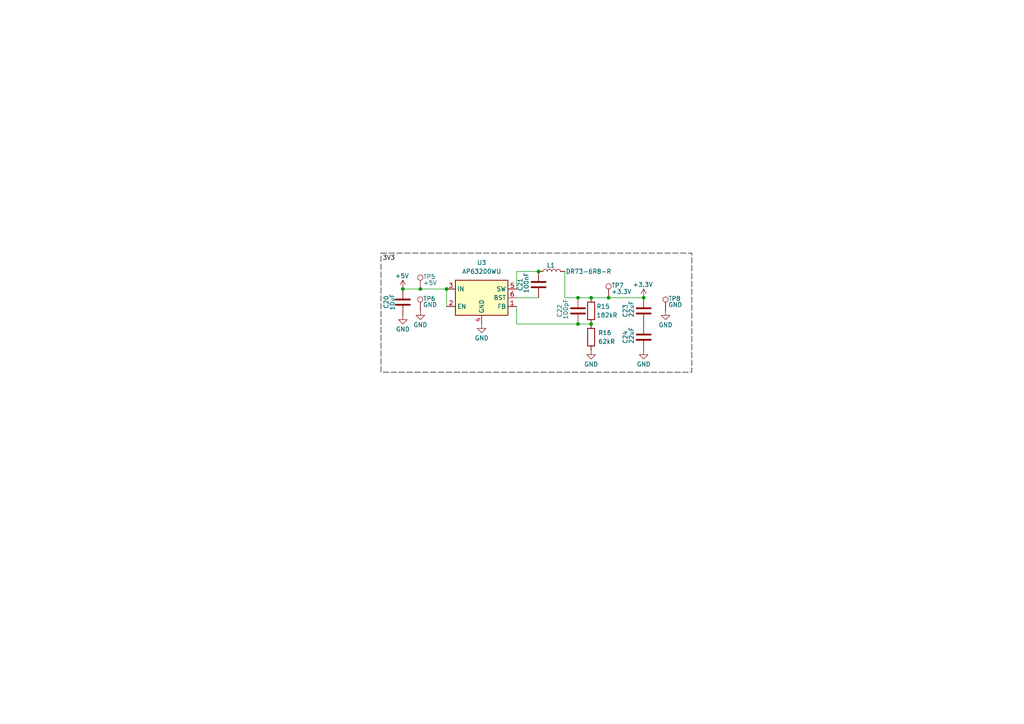
<source format=kicad_sch>
(kicad_sch (version 20250114) (generator "eeschema") (generator_version "9.0")
  (paper "A4")
  (title_block (title "IoT Logger B - Power Management") (date "2026-01-24") (rev "1.0") (company "Piotr Kłyś"))
  (lib_symbols
    (symbol "Connector:TestPoint" (pin_numbers (hide yes)) (pin_names (offset 0.762) (hide yes))
      (property "Reference" "TP" (at 0 6.858 0))
      (property "Value" "TestPoint" (at 0 5.08 0))
      (symbol "TestPoint_0_1"
        (circle (center 0 3.302) (radius 0.762))
      )
      (symbol "TestPoint_1_1"
        (pin passive line (at 0 0 90) (length 2.54) (name "1") (number "1"))
      )
    )
    (symbol "Device:C" (pin_numbers (hide yes)) (pin_names (offset 0.254))
      (property "Reference" "C" (at 0.635 2.54 0))
      (property "Value" "C" (at 0.635 -2.54 0))
      (symbol "C_0_1"
        (polyline (pts (xy -2.032 0.762) (xy 2.032 0.762)) (stroke (width 0.508)))
        (polyline (pts (xy -2.032 -0.762) (xy 2.032 -0.762)) (stroke (width 0.508)))
      )
      (symbol "C_1_1"
        (pin passive line (at 0 3.81 270) (length 2.794) (name "~") (number "1"))
        (pin passive line (at 0 -3.81 90) (length 2.794) (name "~") (number "2"))
      )
    )
    (symbol "Device:L" (pin_numbers (hide yes)) (pin_names (offset 1.016) (hide yes))
      (property "Reference" "L" (at -1.27 0 90))
      (property "Value" "L" (at 1.905 0 90))
      (symbol "L_0_1"
        (arc (start 0 2.54) (mid 0.6323 1.905) (end 0 1.27))
        (arc (start 0 1.27) (mid 0.6323 0.635) (end 0 0))
        (arc (start 0 0) (mid 0.6323 -0.635) (end 0 -1.27))
        (arc (start 0 -1.27) (mid 0.6323 -1.905) (end 0 -2.54))
      )
      (symbol "L_1_1"
        (pin passive line (at 0 3.81 270) (length 1.27) (name "1") (number "1"))
        (pin passive line (at 0 -3.81 90) (length 1.27) (name "2") (number "2"))
      )
    )
    (symbol "Device:R" (pin_numbers (hide yes)) (pin_names (offset 0))
      (property "Reference" "R" (at 2.032 0 90))
      (property "Value" "R" (at 0 0 90))
      (symbol "R_0_1"
        (rectangle (start -1.016 -2.54) (end 1.016 2.54) (stroke (width 0.254)))
      )
      (symbol "R_1_1"
        (pin passive line (at 0 3.81 270) (length 1.27) (name "~") (number "1"))
        (pin passive line (at 0 -3.81 90) (length 1.27) (name "~") (number "2"))
      )
    )
    (symbol "Regulator_Switching:AP63200WU"
      (property "Reference" "U" (at -7.62 6.35 0))
      (property "Value" "AP63200WU" (at 2.54 6.35 0))
      (symbol "AP63200WU_0_1"
        (rectangle (start -7.62 5.08) (end 7.62 -5.08) (stroke (width 0.254)) (fill (type background)))
      )
      (symbol "AP63200WU_1_1"
        (pin power_in line (at -10.16 2.54 0) (length 2.54) (name "IN") (number "3"))
        (pin input line (at -10.16 -2.54 0) (length 2.54) (name "EN") (number "2"))
        (pin power_in line (at 0 -7.62 90) (length 2.54) (name "GND") (number "4"))
        (pin output line (at 10.16 2.54 180) (length 2.54) (name "SW") (number "5"))
        (pin passive line (at 10.16 0 180) (length 2.54) (name "BST") (number "6"))
        (pin input line (at 10.16 -2.54 180) (length 2.54) (name "FB") (number "1"))
      )
    )
    (symbol "power:+3.3V" (power) (pin_numbers (hide yes)) (pin_names (offset 0) (hide yes))
      (property "Value" "+3.3V" (at 0 3.556 0))
      (symbol "+3.3V_0_1"
        (polyline (pts (xy -0.762 1.27) (xy 0 2.54)))
        (polyline (pts (xy 0 2.54) (xy 0.762 1.27)))
        (polyline (pts (xy 0 0) (xy 0 2.54)))
      )
      (symbol "+3.3V_1_1"
        (pin power_in line (at 0 0 90) (length 0) (name "~") (number "1"))
      )
    )
    (symbol "power:GND" (power) (pin_numbers (hide yes)) (pin_names (offset 0) (hide yes))
      (property "Value" "GND" (at 0 -3.81 0))
      (symbol "GND_0_1"
        (polyline (pts (xy 0 0) (xy 0 -1.27) (xy 1.27 -1.27) (xy 0 -2.54) (xy -1.27 -1.27) (xy 0 -1.27)))
      )
      (symbol "GND_1_1"
        (pin power_in line (at 0 0 270) (length 0) (name "~") (number "1"))
      )
    )
  )
  (rectangle (start 110.49 73.406) (end 200.66 107.95) (stroke (width 0) (type dash) (color 0 0 0 1)))
  (text "3V3" (at 112.776 74.93 0) (effects (font (size 1.27 1.27))))
  (junction (at 167.64 86.36))
  (junction (at 186.69 86.36))
  (junction (at 129.54 83.82))
  (junction (at 121.92 83.82))
  (junction (at 171.45 93.98))
  (junction (at 167.64 93.98))
  (junction (at 156.21 78.74))
  (junction (at 176.53 86.36))
  (junction (at 116.84 83.82))
  (junction (at 171.45 86.36))
  (wire (pts (xy 149.86 78.74) (xy 156.21 78.74)))
  (wire (pts (xy 163.83 86.36) (xy 167.64 86.36)))
  (wire (pts (xy 129.54 83.82) (xy 129.54 88.9)))
  (wire (pts (xy 167.64 93.98) (xy 171.45 93.98)))
  (wire (pts (xy 116.84 83.82) (xy 121.92 83.82)))
  (wire (pts (xy 176.53 86.36) (xy 186.69 86.36)))
  (wire (pts (xy 149.86 93.98) (xy 149.86 88.9)))
  (wire (pts (xy 163.83 78.74) (xy 163.83 86.36)))
  (wire (pts (xy 149.86 93.98) (xy 167.64 93.98)))
  (wire (pts (xy 167.64 86.36) (xy 171.45 86.36)))
  (wire (pts (xy 149.86 83.82) (xy 149.86 78.74)))
  (wire (pts (xy 171.45 86.36) (xy 176.53 86.36)))
  (wire (pts (xy 149.86 86.36) (xy 156.21 86.36)))
  (wire (pts (xy 121.92 83.82) (xy 129.54 83.82)))
  (symbol (lib_id "power:GND") (at 139.7 93.98 0) (unit 1)
    (property "Reference" "#PWR041" (effects (hide yes)))
    (property "Value" "GND" (at 139.7 98.044 0))
    (property "Description" "Power symbol creates a global label with name \"GND\" , ground" (effects (hide yes)))
  )
  (symbol (lib_id "Connector:TestPoint") (at 121.92 90.17 0) (unit 1)
    (property "Reference" "TP6" (at 122.682 86.614 0) (effects (justify left)))
    (property "Value" "GND" (at 122.682 88.392 0) (effects (justify left)))
    (property "Footprint" "TestPoint:TestPoint_Pad_D1.5mm" (effects (hide yes)))
    (property "Description" "test point" (effects (hide yes)))
  )
  (symbol (lib_id "Device:L") (at 160.02 78.74 90) (unit 1)
    (property "Reference" "L1" (at 159.766 76.962 90))
    (property "Value" "DR73-6R8-R" (at 170.688 78.74 90))
    (property "Footprint" "Inductor_SMD:L_7.3x7.3_H3.5" (effects (hide yes)))
    (property "Description" "Inductor" (effects (hide yes)))
  )
  (symbol (lib_id "Device:C") (at 186.69 90.17 0) (unit 1)
    (property "Reference" "C23" (at 181.356 90.17 90))
    (property "Value" "22uF" (at 183.134 89.662 90))
    (property "Footprint" "Capacitor_SMD:C_1206_3216Metric" (effects (hide yes)))
    (property "Description" "Unpolarized capacitor" (effects (hide yes)))
  )
  (symbol (lib_id "power:+3.3V") (at 116.84 83.82 0) (unit 1)
    (property "Reference" "#PWR038" (effects (hide yes)))
    (property "Value" "+5V" (at 116.586 80.01 0))
    (property "Description" "Power symbol creates a global label with name \"+3.3V\"" (effects (hide yes)))
  )
  (symbol (lib_id "Device:R") (at 171.45 90.17 0) (unit 1)
    (property "Reference" "R15" (at 172.974 88.9 0) (effects (justify left)))
    (property "Value" "182kR" (at 172.974 91.44 0) (effects (justify left)))
    (property "Footprint" "Resistor_SMD:R_0805_2012Metric" (effects (hide yes)))
    (property "Description" "Resistor" (effects (hide yes)))
  )
  (symbol (lib_id "Connector:TestPoint") (at 193.04 90.17 0) (unit 1)
    (property "Reference" "TP8" (at 193.802 86.614 0) (effects (justify left)))
    (property "Value" "GND" (at 193.802 88.392 0) (effects (justify left)))
    (property "Footprint" "TestPoint:TestPoint_Pad_D1.5mm" (effects (hide yes)))
    (property "Description" "test point" (effects (hide yes)))
  )
  (symbol (lib_id "power:GND") (at 193.04 90.17 0) (unit 1)
    (property "Reference" "#PWR045" (effects (hide yes)))
    (property "Value" "GND" (at 193.04 94.234 0))
    (property "Description" "Power symbol creates a global label with name \"GND\" , ground" (effects (hide yes)))
  )
  (symbol (lib_id "power:GND") (at 121.92 90.17 0) (unit 1)
    (property "Reference" "#PWR040" (effects (hide yes)))
    (property "Value" "GND" (at 121.92 94.234 0))
    (property "Description" "Power symbol creates a global label with name \"GND\" , ground" (effects (hide yes)))
  )
  (symbol (lib_id "Device:C") (at 186.69 97.79 0) (unit 1)
    (property "Reference" "C24" (at 181.356 97.79 90))
    (property "Value" "22uF" (at 183.134 97.282 90))
    (property "Footprint" "Capacitor_SMD:C_1206_3216Metric" (effects (hide yes)))
    (property "Description" "Unpolarized capacitor" (effects (hide yes)))
  )
  (symbol (lib_id "Connector:TestPoint") (at 121.92 83.82 0) (unit 1)
    (property "Reference" "TP5" (at 122.682 80.264 0) (effects (justify left)))
    (property "Value" "+5V" (at 122.682 82.042 0) (effects (justify left)))
    (property "Footprint" "TestPoint:TestPoint_Pad_D1.5mm" (effects (hide yes)))
    (property "Description" "test point" (effects (hide yes)))
  )
  (symbol (lib_id "Connector:TestPoint") (at 176.53 86.36 0) (unit 1)
    (property "Reference" "TP7" (at 177.292 82.804 0) (effects (justify left)))
    (property "Value" "+3.3V" (at 177.292 84.582 0) (effects (justify left)))
    (property "Footprint" "TestPoint:TestPoint_Pad_D1.5mm" (effects (hide yes)))
    (property "Description" "test point" (effects (hide yes)))
  )
  (symbol (lib_id "Device:C") (at 156.21 82.55 0) (unit 1)
    (property "Reference" "C21" (at 150.876 82.55 90))
    (property "Value" "100nF" (at 152.654 82.042 90))
    (property "Footprint" "Capacitor_SMD:C_0805_2012Metric" (effects (hide yes)))
    (property "Description" "Unpolarized capacitor" (effects (hide yes)))
  )
  (symbol (lib_id "power:+3.3V") (at 186.69 86.36 0) (unit 1)
    (property "Reference" "#PWR043" (effects (hide yes)))
    (property "Value" "+3.3V" (at 186.436 82.55 0))
    (property "Description" "Power symbol creates a global label with name \"+3.3V\"" (effects (hide yes)))
  )
  (symbol (lib_id "Regulator_Switching:AP63200WU") (at 139.7 86.36 0) (unit 1)
    (property "Reference" "U3" (at 139.7 76.2 0))
    (property "Value" "AP63200WU" (at 139.7 78.74 0))
    (property "Footprint" "Package_TO_SOT_SMD:TSOT-23-6" (effects (hide yes)))
    (property "Datasheet" "https://www.diodes.com/assets/Datasheets/AP63200-AP63201-AP63203-AP63205.pdf" (effects (hide yes)))
    (property "Description" "2A, 500kHz Buck DC/DC Converter, adjustable output voltage, TSOT-23-6" (effects (hide yes)))
  )
  (symbol (lib_id "Device:C") (at 116.84 87.63 0) (unit 1)
    (property "Reference" "C20" (at 112.014 87.63 90))
    (property "Value" "10uF" (at 113.792 87.63 90))
    (property "Footprint" "Capacitor_SMD:C_1206_3216Metric" (effects (hide yes)))
    (property "Description" "Unpolarized capacitor" (effects (hide yes)))
  )
  (symbol (lib_id "Device:R") (at 171.45 97.79 0) (unit 1)
    (property "Reference" "R16" (at 173.482 96.52 0) (effects (justify left)))
    (property "Value" "62kR" (at 173.482 99.06 0) (effects (justify left)))
    (property "Footprint" "Resistor_SMD:R_0805_2012Metric" (effects (hide yes)))
    (property "Description" "Resistor" (effects (hide yes)))
  )
  (symbol (lib_id "power:GND") (at 186.69 101.6 0) (unit 1)
    (property "Reference" "#PWR044" (effects (hide yes)))
    (property "Value" "GND" (at 186.69 105.664 0))
    (property "Description" "Power symbol creates a global label with name \"GND\" , ground" (effects (hide yes)))
  )
  (symbol (lib_id "power:GND") (at 171.45 101.6 0) (unit 1)
    (property "Reference" "#PWR042" (effects (hide yes)))
    (property "Value" "GND" (at 171.45 105.664 0))
    (property "Description" "Power symbol creates a global label with name \"GND\" , ground" (effects (hide yes)))
  )
  (symbol (lib_id "Device:C") (at 167.64 90.17 0) (unit 1)
    (property "Reference" "C22" (at 162.306 90.17 90))
    (property "Value" "100pF" (at 164.084 89.662 90))
    (property "Footprint" "Capacitor_SMD:C_0805_2012Metric" (effects (hide yes)))
    (property "Description" "Unpolarized capacitor" (effects (hide yes)))
  )
  (symbol (lib_id "power:GND") (at 116.84 91.44 0) (unit 1)
    (property "Reference" "#PWR039" (effects (hide yes)))
    (property "Value" "GND" (at 116.84 95.504 0))
    (property "Description" "Power symbol creates a global label with name \"GND\" , ground" (effects (hide yes)))
  )
)
</source>
